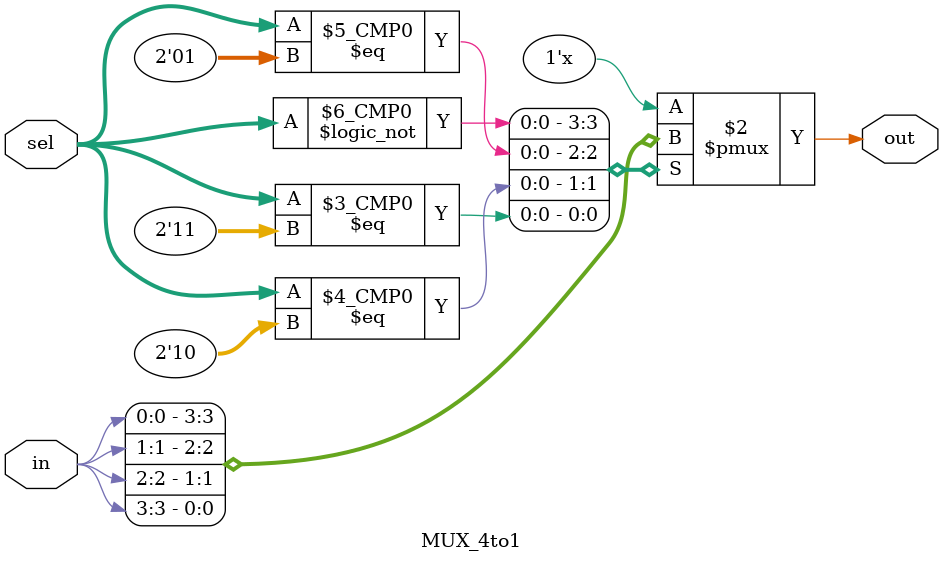
<source format=v>
module MUX_4to1 (
  input [3:0] in,
  input [1:0] sel,
  output reg out
);

  always @(*) begin
    case(sel)
      2'b00: out = in[0];
      2'b01: out = in[1];
      2'b10: out = in[2];
      2'b11: out = in[3];
    endcase
  end

endmodule
</source>
